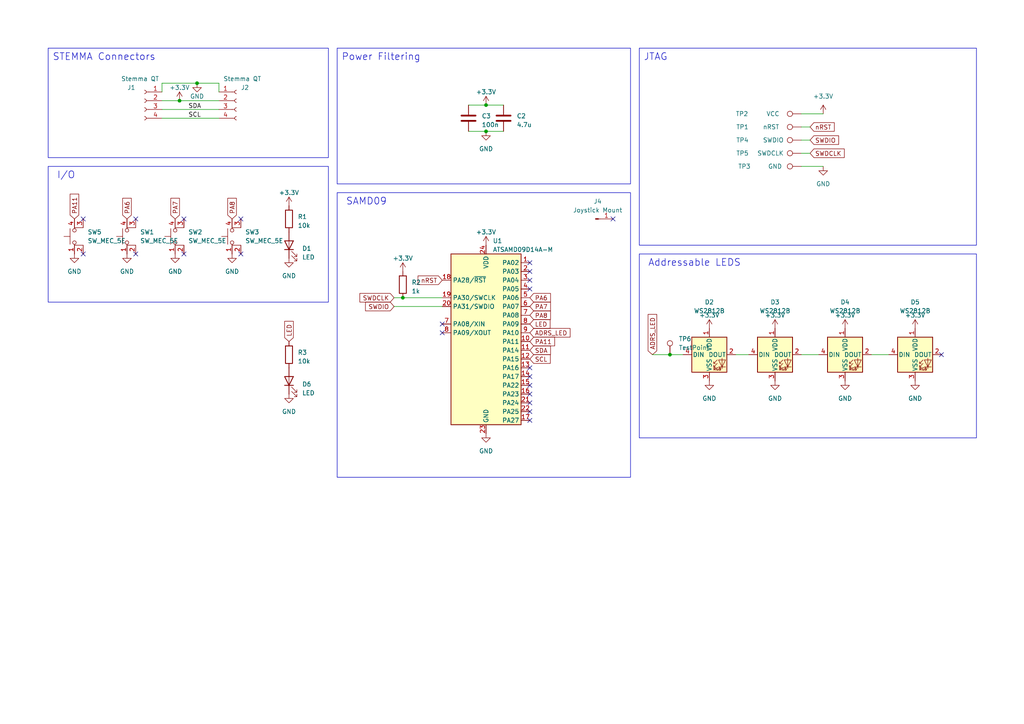
<source format=kicad_sch>
(kicad_sch (version 20230121) (generator eeschema)
  (paper "A4")
  (lib_symbols
    (symbol "Connector:Conn_01x01_Pin" (pin_names (offset 1.016) hide)
      (property "Reference" "J" (at 0 2.54 0))
      (property "Value" "Conn_01x01_Pin" (at 0 -2.54 0))
      (symbol "Conn_01x01_Pin_1_1"
        (polyline (pts (xy 1.27 0) (xy 0.8636 0)) (stroke (width 0.1524)))
        (rectangle (start 0.8636 0.127) (end 0 -0.127) (stroke (width 0.1524)) (fill (type outline)))
        (pin passive line (at 5.08 0 180) (length 3.81) (name "Pin_1") (number "1"))
      )
    )
    (symbol "Connector:Conn_01x04_Socket" (pin_names (offset 1.016) hide)
      (property "Reference" "J" (at 0 5.08 0))
      (property "Value" "Conn_01x04_Socket" (at 0 -7.62 0))
      (symbol "Conn_01x04_Socket_1_1"
        (arc (start 0 -4.572) (mid -0.5058 -5.08) (end 0 -5.588) (stroke (width 0.1524)))
        (arc (start 0 -2.032) (mid -0.5058 -2.54) (end 0 -3.048) (stroke (width 0.1524)))
        (polyline (pts (xy -1.27 -5.08) (xy -0.508 -5.08)) (stroke (width 0.1524)))
        (polyline (pts (xy -1.27 -2.54) (xy -0.508 -2.54)) (stroke (width 0.1524)))
        (polyline (pts (xy -1.27 0) (xy -0.508 0)) (stroke (width 0.1524)))
        (polyline (pts (xy -1.27 2.54) (xy -0.508 2.54)) (stroke (width 0.1524)))
        (arc (start 0 0.508) (mid -0.5058 0) (end 0 -0.508) (stroke (width 0.1524)))
        (arc (start 0 3.048) (mid -0.5058 2.54) (end 0 2.032) (stroke (width 0.1524)))
        (pin passive line (at -5.08 2.54 0) (length 3.81) (name "Pin_1") (number "1"))
        (pin passive line (at -5.08 0 0) (length 3.81) (name "Pin_2") (number "2"))
        (pin passive line (at -5.08 -2.54 0) (length 3.81) (name "Pin_3") (number "3"))
        (pin passive line (at -5.08 -5.08 0) (length 3.81) (name "Pin_4") (number "4"))
      )
    )
    (symbol "Connector:TestPoint" (pin_numbers hide) (pin_names (offset 0.762) hide)
      (property "Reference" "TP" (at 0 6.858 0))
      (property "Value" "TestPoint" (at 0 5.08 0))
      (symbol "TestPoint_0_1"
        (circle (center 0 3.302) (radius 0.762))
      )
      (symbol "TestPoint_1_1"
        (pin passive line (at 0 0 90) (length 2.54) (name "1") (number "1"))
      )
    )
    (symbol "Device:C" (pin_numbers hide) (pin_names (offset 0.254))
      (property "Reference" "C" (at 0.635 2.54 0))
      (property "Value" "C" (at 0.635 -2.54 0))
      (symbol "C_0_1"
        (polyline (pts (xy -2.032 -0.762) (xy 2.032 -0.762)) (stroke (width 0.508)))
        (polyline (pts (xy -2.032 0.762) (xy 2.032 0.762)) (stroke (width 0.508)))
      )
      (symbol "C_1_1"
        (pin passive line (at 0 3.81 270) (length 2.794) (name "~") (number "1"))
        (pin passive line (at 0 -3.81 90) (length 2.794) (name "~") (number "2"))
      )
    )
    (symbol "Device:LED" (pin_numbers hide) (pin_names (offset 1.016) hide)
      (property "Reference" "D" (at 0 2.54 0))
      (property "Value" "LED" (at 0 -2.54 0))
      (symbol "LED_0_1"
        (polyline (pts (xy -1.27 -1.27) (xy -1.27 1.27)) (stroke (width 0.254)))
        (polyline (pts (xy -1.27 0) (xy 1.27 0)))
        (polyline (pts (xy 1.27 -1.27) (xy 1.27 1.27) (xy -1.27 0) (xy 1.27 -1.27)) (stroke (width 0.254)))
        (polyline (pts (xy -3.048 -0.762) (xy -4.572 -2.286) (xy -3.81 -2.286) (xy -4.572 -2.286) (xy -4.572 -1.524)))
        (polyline (pts (xy -1.778 -0.762) (xy -3.302 -2.286) (xy -2.54 -2.286) (xy -3.302 -2.286) (xy -3.302 -1.524)))
      )
      (symbol "LED_1_1"
        (pin passive line (at -3.81 0 0) (length 2.54) (name "K") (number "1"))
        (pin passive line (at 3.81 0 180) (length 2.54) (name "A") (number "2"))
      )
    )
    (symbol "Device:R" (pin_numbers hide) (pin_names (offset 0))
      (property "Reference" "R" (at 2.032 0 90))
      (property "Value" "R" (at 0 0 90))
      (symbol "R_0_1"
        (rectangle (start -1.016 -2.54) (end 1.016 2.54) (stroke (width 0.254)))
      )
      (symbol "R_1_1"
        (pin passive line (at 0 3.81 270) (length 1.27) (name "~") (number "1"))
        (pin passive line (at 0 -3.81 90) (length 1.27) (name "~") (number "2"))
      )
    )
    (symbol "LED:WS2812B" (pin_names (offset 0.254))
      (property "Reference" "D" (at 5.08 5.715 0))
      (property "Value" "WS2812B" (at 1.27 -5.715 0))
      (symbol "WS2812B_0_0"
        (text "RGB" (at 2.286 -4.191 0) (effects (font (size 0.762 0.762))))
      )
      (symbol "WS2812B_0_1"
        (polyline (pts (xy 1.27 -3.556) (xy 1.778 -3.556)))
        (polyline (pts (xy 1.27 -2.54) (xy 1.778 -2.54)))
        (polyline (pts (xy 4.699 -3.556) (xy 2.667 -3.556)))
        (polyline (pts (xy 2.286 -2.54) (xy 1.27 -3.556) (xy 1.27 -3.048)))
        (polyline (pts (xy 2.286 -1.524) (xy 1.27 -2.54) (xy 1.27 -2.032)))
        (polyline (pts (xy 3.683 -1.016) (xy 3.683 -3.556) (xy 3.683 -4.064)))
        (polyline (pts (xy 4.699 -1.524) (xy 2.667 -1.524) (xy 3.683 -3.556) (xy 4.699 -1.524)))
        (rectangle (start 5.08 5.08) (end -5.08 -5.08) (stroke (width 0.254)) (fill (type background)))
      )
      (symbol "WS2812B_1_1"
        (pin power_in line (at 0 7.62 270) (length 2.54) (name "VDD") (number "1"))
        (pin output line (at 7.62 0 180) (length 2.54) (name "DOUT") (number "2"))
        (pin power_in line (at 0 -7.62 90) (length 2.54) (name "VSS") (number "3"))
        (pin input line (at -7.62 0 0) (length 2.54) (name "DIN") (number "4"))
      )
    )
    (symbol "MCU_Microchip_SAMD:ATSAMD09D14A-M"
      (property "Reference" "U1" (at 1.9559 26.67 0))
      (property "Value" "ATSAMD09D14A-M" (at 1.9559 24.13 0))
      (symbol "ATSAMD09D14A-M_0_1"
        (rectangle (start -10.16 22.86) (end 10.16 -26.67) (stroke (width 0.254)) (fill (type background)))
      )
      (symbol "ATSAMD09D14A-M_1_1"
        (pin bidirectional line (at 12.7 20.32 180) (length 2.54) (name "PA02") (number "1"))
        (pin bidirectional line (at 12.7 -2.54 180) (length 2.54) (name "PA11") (number "10"))
        (pin bidirectional line (at 12.7 -5.08 180) (length 2.54) (name "PA14") (number "11"))
        (pin bidirectional line (at 12.7 -7.62 180) (length 2.54) (name "PA15") (number "12"))
        (pin bidirectional line (at 12.7 -10.16 180) (length 2.54) (name "PA16") (number "13"))
        (pin bidirectional line (at 12.7 -12.7 180) (length 2.54) (name "PA17") (number "14"))
        (pin bidirectional line (at 12.7 -15.24 180) (length 2.54) (name "PA22") (number "15"))
        (pin bidirectional line (at 12.7 -17.78 180) (length 2.54) (name "PA23") (number "16"))
        (pin bidirectional line (at 12.7 -25.4 180) (length 2.54) (name "PA27") (number "17"))
        (pin bidirectional line (at -12.7 15.24 0) (length 2.54) (name "PA28/~{RST}") (number "18"))
        (pin bidirectional line (at -12.7 10.16 0) (length 2.54) (name "PA30/SWCLK") (number "19"))
        (pin bidirectional line (at 12.7 17.78 180) (length 2.54) (name "PA03") (number "2"))
        (pin bidirectional line (at -12.7 7.62 0) (length 2.54) (name "PA31/SWDIO") (number "20"))
        (pin bidirectional line (at 12.7 -20.32 180) (length 2.54) (name "PA24") (number "21"))
        (pin bidirectional line (at 12.7 -22.86 180) (length 2.54) (name "PA25") (number "22"))
        (pin power_in line (at 0 -29.21 90) (length 2.54) (name "GND") (number "23"))
        (pin power_in line (at 0 25.4 270) (length 2.54) (name "VDD") (number "24"))
        (pin bidirectional line (at 12.7 15.24 180) (length 2.54) (name "PA04") (number "3"))
        (pin bidirectional line (at 12.7 12.7 180) (length 2.54) (name "PA05") (number "4"))
        (pin bidirectional line (at 12.7 10.16 180) (length 2.54) (name "PA06") (number "5"))
        (pin bidirectional line (at 12.7 7.62 180) (length 2.54) (name "PA07") (number "6"))
        (pin bidirectional line (at 12.7 5.08 180) (length 2.54) (name "PA08") (number "7"))
        (pin bidirectional line (at -12.7 2.54 0) (length 2.54) (name "PA08/XIN") (number "7"))
        (pin bidirectional line (at 12.7 2.54 180) (length 2.54) (name "PA09") (number "8"))
        (pin bidirectional line (at -12.7 0 0) (length 2.54) (name "PA09/XOUT") (number "8"))
        (pin bidirectional line (at 12.7 0 180) (length 2.54) (name "PA10") (number "9"))
      )
    )
    (symbol "Switch:SW_MEC_5E" (pin_names (offset 1.016) hide)
      (property "Reference" "SW" (at 0.635 5.715 0))
      (property "Value" "SW_MEC_5E" (at 0 -3.175 0))
      (symbol "SW_MEC_5E_0_1"
        (circle (center -1.778 2.54) (radius 0.508))
        (polyline (pts (xy -2.286 3.81) (xy 2.286 3.81)))
        (polyline (pts (xy 0 3.81) (xy 0 5.588)))
        (polyline (pts (xy -2.54 0) (xy -2.54 2.54) (xy -2.286 2.54)))
        (polyline (pts (xy 2.54 0) (xy 2.54 2.54) (xy 2.286 2.54)))
        (circle (center 1.778 2.54) (radius 0.508))
        (pin passive line (at -5.08 2.54 0) (length 2.54) (name "1") (number "1"))
        (pin passive line (at -5.08 0 0) (length 2.54) (name "2") (number "2"))
        (pin passive line (at 5.08 0 180) (length 2.54) (name "K") (number "3"))
        (pin passive line (at 5.08 2.54 180) (length 2.54) (name "A") (number "4"))
      )
    )
    (symbol "power:+3.3V" (power) (pin_names (offset 0))
      (property "Value" "+3.3V" (at 0 3.556 0))
      (symbol "+3.3V_0_1"
        (polyline (pts (xy -0.762 1.27) (xy 0 2.54)))
        (polyline (pts (xy 0 0) (xy 0 2.54)))
        (polyline (pts (xy 0 2.54) (xy 0.762 1.27)))
      )
      (symbol "+3.3V_1_1"
        (pin power_in line (at 0 0 90) (length 0) hide (name "+3.3V") (number "1"))
      )
    )
    (symbol "power:GND" (power) (pin_names (offset 0))
      (property "Value" "GND" (at 0 -3.81 0))
      (symbol "GND_0_1"
        (polyline (pts (xy 0 0) (xy 0 -1.27) (xy 1.27 -1.27) (xy 0 -2.54) (xy -1.27 -1.27) (xy 0 -1.27)))
      )
      (symbol "GND_1_1"
        (pin power_in line (at 0 0 270) (length 0) hide (name "GND") (number "1"))
      )
    )
  )
  (junction (at 140.97 38.1))
  (junction (at 116.84 86.36))
  (junction (at 194.31 102.87))
  (junction (at 52.07 29.21))
  (junction (at 57.15 24.13))
  (junction (at 140.97 30.48))
  (no_connect (at 153.67 111.76))
  (no_connect (at 128.27 96.52))
  (no_connect (at 153.67 106.68))
  (no_connect (at 153.67 116.84))
  (no_connect (at 69.85 63.5))
  (no_connect (at 153.67 114.3))
  (no_connect (at 177.8 63.5))
  (no_connect (at 24.13 73.66))
  (no_connect (at 153.67 121.92))
  (no_connect (at 53.34 63.5))
  (no_connect (at 39.37 73.66))
  (no_connect (at 53.34 73.66))
  (no_connect (at 128.27 93.98))
  (no_connect (at 24.13 63.5))
  (no_connect (at 69.85 73.66))
  (no_connect (at 39.37 63.5))
  (no_connect (at 153.67 109.22))
  (no_connect (at 153.67 81.28))
  (no_connect (at 153.67 78.74))
  (no_connect (at 153.67 83.82))
  (no_connect (at 153.67 119.38))
  (no_connect (at 153.67 76.2))
  (no_connect (at 273.05 102.87))
  (wire (pts (xy 46.99 34.29) (xy 63.5 34.29)))
  (wire (pts (xy 234.95 36.83) (xy 232.41 36.83)))
  (wire (pts (xy 135.89 30.48) (xy 140.97 30.48)))
  (wire (pts (xy 46.99 29.21) (xy 52.07 29.21)))
  (wire (pts (xy 114.3 86.36) (xy 116.84 86.36)))
  (wire (pts (xy 63.5 24.13) (xy 63.5 26.67)))
  (wire (pts (xy 114.3 88.9) (xy 128.27 88.9)))
  (wire (pts (xy 213.36 102.87) (xy 217.17 102.87)))
  (wire (pts (xy 140.97 30.48) (xy 146.05 30.48)))
  (wire (pts (xy 135.89 38.1) (xy 140.97 38.1)))
  (wire (pts (xy 194.31 102.87) (xy 198.12 102.87)))
  (wire (pts (xy 116.84 86.36) (xy 128.27 86.36)))
  (wire (pts (xy 232.41 102.87) (xy 237.49 102.87)))
  (wire (pts (xy 232.41 40.64) (xy 234.95 40.64)))
  (wire (pts (xy 140.97 38.1) (xy 146.05 38.1)))
  (wire (pts (xy 46.99 24.13) (xy 57.15 24.13)))
  (wire (pts (xy 46.99 24.13) (xy 46.99 26.67)))
  (wire (pts (xy 238.76 48.26) (xy 232.41 48.26)))
  (wire (pts (xy 232.41 44.45) (xy 234.95 44.45)))
  (wire (pts (xy 238.76 33.02) (xy 232.41 33.02)))
  (wire (pts (xy 57.15 24.13) (xy 63.5 24.13)))
  (wire (pts (xy 46.99 31.75) (xy 63.5 31.75)))
  (wire (pts (xy 252.73 102.87) (xy 257.81 102.87)))
  (wire (pts (xy 189.23 102.87) (xy 194.31 102.87)))
  (wire (pts (xy 52.07 29.21) (xy 63.5 29.21)))
  (rectangle (start 185.42 73.66) (end 283.21 127))
  (rectangle (start 13.97 13.97) (end 95.25 45.72))
  (rectangle (start 97.79 55.88) (end 182.88 138.43))
  (rectangle (start 13.97 48.26) (end 95.25 87.63))
  (rectangle (start 185.42 13.97) (end 283.21 71.12))
  (rectangle (start 97.79 13.97) (end 182.88 53.34))
  (text "Addressable LEDS" (at 187.96 77.47 0) (effects (font (size 2 2)) (justify left bottom)))
  (text "I/O\n" (at 16.51 52.07 0) (effects (font (size 2 2)) (justify left bottom)))
  (text "Power Filtering\n" (at 99.06 17.78 0) (effects (font (size 2 2)) (justify left bottom)))
  (text "STEMMA Connectors\n" (at 15.24 17.78 0) (effects (font (size 2 2)) (justify left bottom)))
  (text "JTAG" (at 186.69 17.78 0) (effects (font (size 2 2)) (justify left bottom)))
  (text "SAMD09\n" (at 100.33 59.69 0) (effects (font (size 2 2)) (justify left bottom)))
  (label "SDA" (at 54.61 31.75 0))
  (label "SCL" (at 54.61 34.29 0))
  (global_label "SDA" (shape input) (at 153.67 101.6 0) (property "Intersheetrefs" "${INTERSHEET_REFS}" (effects hide)))
  (global_label "SWDIO" (shape input) (at 234.95 40.64 0) (property "Intersheetrefs" "${INTERSHEET_REFS}" (effects hide)))
  (global_label "PA8" (shape input) (at 67.31 63.5 90) (property "Intersheetrefs" "${INTERSHEET_REFS}" (effects hide)))
  (global_label "ADRS_LED" (shape input) (at 189.23 102.87 90) (property "Intersheetrefs" "${INTERSHEET_REFS}" (effects hide)))
  (global_label "PA6" (shape input) (at 36.83 63.5 90) (property "Intersheetrefs" "${INTERSHEET_REFS}" (effects hide)))
  (global_label "SWDCLK" (shape input) (at 234.95 44.45 0) (property "Intersheetrefs" "${INTERSHEET_REFS}" (effects hide)))
  (global_label "PA11" (shape input) (at 21.59 63.5 90) (property "Intersheetrefs" "${INTERSHEET_REFS}" (effects hide)))
  (global_label "nRST" (shape input) (at 234.95 36.83 0) (property "Intersheetrefs" "${INTERSHEET_REFS}" (effects hide)))
  (global_label "LED" (shape input) (at 153.67 93.98 0) (property "Intersheetrefs" "${INTERSHEET_REFS}" (effects hide)))
  (global_label "nRST" (shape input) (at 128.27 81.28 180) (property "Intersheetrefs" "${INTERSHEET_REFS}" (effects hide)))
  (global_label "SCL" (shape input) (at 153.67 104.14 0) (property "Intersheetrefs" "${INTERSHEET_REFS}" (effects hide)))
  (global_label "PA11" (shape input) (at 153.67 99.06 0) (property "Intersheetrefs" "${INTERSHEET_REFS}" (effects hide)))
  (global_label "LED" (shape input) (at 83.82 99.06 90) (property "Intersheetrefs" "${INTERSHEET_REFS}" (effects hide)))
  (global_label "SWDIO" (shape input) (at 114.3 88.9 180) (property "Intersheetrefs" "${INTERSHEET_REFS}" (effects hide)))
  (global_label "ADRS_LED" (shape input) (at 153.67 96.52 0) (property "Intersheetrefs" "${INTERSHEET_REFS}" (effects hide)))
  (global_label "SWDCLK" (shape input) (at 114.3 86.36 180) (property "Intersheetrefs" "${INTERSHEET_REFS}" (effects hide)))
  (global_label "PA7" (shape input) (at 50.8 63.5 90) (property "Intersheetrefs" "${INTERSHEET_REFS}" (effects hide)))
  (global_label "PA7" (shape input) (at 153.67 88.9 0) (property "Intersheetrefs" "${INTERSHEET_REFS}" (effects hide)))
  (global_label "PA6" (shape input) (at 153.67 86.36 0) (property "Intersheetrefs" "${INTERSHEET_REFS}" (effects hide)))
  (global_label "PA8" (shape input) (at 153.67 91.44 0) (property "Intersheetrefs" "${INTERSHEET_REFS}" (effects hide)))
  (symbol (lib_id "Switch:SW_MEC_5E") (at 39.37 68.58 90) (unit 1)
    (property "Reference" "SW1" (at 40.64 67.31 90) (effects (justify right)))
    (property "Value" "SW_MEC_5E" (at 40.64 69.85 90) (effects (justify right)))
    (property "Footprint" "EVQQ2B01W:EVQQ2B01W" (effects hide))
    (property "Datasheet" "http://www.apem.com/int/index.php?controller=attachment&id_attachment=1371" (effects hide))
  )
  (symbol (lib_id "LED:WS2812B") (at 265.43 102.87 0) (unit 1)
    (property "Reference" "D5" (at 265.43 87.63 0))
    (property "Value" "WS2812B" (at 265.43 90.17 0))
    (property "Footprint" "LED_SMD:LED_WS2812B-2020_PLCC4_2.0x2.0mm" (effects hide))
    (property "Datasheet" "https://cdn-shop.adafruit.com/datasheets/WS2812B.pdf" (effects hide))
  )
  (symbol (lib_id "power:+3.3V") (at 52.07 29.21 0) (unit 1)
    (property "Reference" "#PWR04" (effects hide))
    (property "Value" "+3.3V" (at 52.07 25.4 0))
  )
  (symbol (lib_id "Device:LED") (at 83.82 110.49 90) (unit 1)
    (property "Reference" "D6" (at 87.63 111.4425 90) (effects (justify right)))
    (property "Value" "LED" (at 87.63 113.9825 90) (effects (justify right)))
    (property "Footprint" "LED_SMD:LED_0805_2012Metric" (effects hide))
  )
  (symbol (lib_id "Device:C") (at 146.05 34.29 0) (unit 1)
    (property "Reference" "C2" (at 149.86 33.655 0) (effects (justify left)))
    (property "Value" "4.7u" (at 149.86 36.195 0) (effects (justify left)))
    (property "Footprint" "Capacitor_SMD:C_0402_1005Metric" (effects hide))
  )
  (symbol (lib_id "power:GND") (at 83.82 74.93 0) (unit 1)
    (property "Reference" "#PWR08" (effects hide))
    (property "Value" "GND" (at 83.82 80.01 0))
  )
  (symbol (lib_id "Switch:SW_MEC_5E") (at 24.13 68.58 90) (unit 1)
    (property "Reference" "SW5" (at 25.4 67.31 90) (effects (justify right)))
    (property "Value" "SW_MEC_5E" (at 25.4 69.85 90) (effects (justify right)))
    (property "Footprint" "EVQQ2B01W:EVQQ2B01W" (effects hide))
    (property "Datasheet" "http://www.apem.com/int/index.php?controller=attachment&id_attachment=1371" (effects hide))
  )
  (symbol (lib_id "Device:R") (at 83.82 63.5 0) (unit 1)
    (property "Reference" "R1" (at 86.36 62.865 0) (effects (justify left)))
    (property "Value" "10k" (at 86.36 65.405 0) (effects (justify left)))
    (property "Footprint" "Resistor_SMD:R_0402_1005Metric" (effects hide))
  )
  (symbol (lib_id "Device:LED") (at 83.82 71.12 90) (unit 1)
    (property "Reference" "D1" (at 87.63 72.0725 90) (effects (justify right)))
    (property "Value" "LED" (at 87.63 74.6125 90) (effects (justify right)))
    (property "Footprint" "LED_SMD:LED_0805_2012Metric" (effects hide))
  )
  (symbol (lib_id "power:GND") (at 140.97 125.73 0) (unit 1)
    (property "Reference" "#PWR013" (effects hide))
    (property "Value" "GND" (at 140.97 130.81 0))
  )
  (symbol (lib_id "power:+3.3V") (at 116.84 78.74 0) (unit 1)
    (property "Reference" "#PWR09" (effects hide))
    (property "Value" "+3.3V" (at 116.84 74.93 0))
  )
  (symbol (lib_id "Connector:TestPoint") (at 232.41 44.45 90) (unit 1)
    (property "Reference" "TP5" (at 217.17 44.45 90) (effects (justify left)))
    (property "Value" "SWDCLK" (at 227.33 44.45 90) (effects (justify left)))
    (property "Footprint" "TestPoint:TestPoint_Pad_D1.5mm" (effects hide))
  )
  (symbol (lib_id "Connector:TestPoint") (at 232.41 48.26 90) (unit 1)
    (property "Reference" "TP3" (at 215.9 48.26 90))
    (property "Value" "GND" (at 224.79 48.26 90))
    (property "Footprint" "TestPoint:TestPoint_Pad_D1.5mm" (effects hide))
  )
  (symbol (lib_id "power:+3.3V") (at 224.79 95.25 0) (unit 1)
    (property "Reference" "#PWR021" (effects hide))
    (property "Value" "+3.3V" (at 224.79 91.44 0))
  )
  (symbol (lib_id "Connector:TestPoint") (at 232.41 36.83 90) (unit 1)
    (property "Reference" "TP1" (at 217.17 36.83 90) (effects (justify left)))
    (property "Value" "nRST" (at 226.06 36.83 90) (effects (justify left)))
    (property "Footprint" "TestPoint:TestPoint_Pad_D1.5mm" (effects hide))
  )
  (symbol (lib_id "power:+3.3V") (at 245.11 95.25 0) (unit 1)
    (property "Reference" "#PWR022" (effects hide))
    (property "Value" "+3.3V" (at 245.11 91.44 0))
  )
  (symbol (lib_id "power:+3.3V") (at 265.43 95.25 0) (unit 1)
    (property "Reference" "#PWR023" (effects hide))
    (property "Value" "+3.3V" (at 265.43 91.44 0))
  )
  (symbol (lib_id "power:GND") (at 83.82 114.3 0) (unit 1)
    (property "Reference" "#PWR025" (effects hide))
    (property "Value" "GND" (at 83.82 119.38 0))
  )
  (symbol (lib_id "Connector:TestPoint") (at 232.41 33.02 90) (unit 1)
    (property "Reference" "TP2" (at 213.36 33.02 90) (effects (justify right)))
    (property "Value" "VCC" (at 222.25 33.02 90) (effects (justify right)))
    (property "Footprint" "TestPoint:TestPoint_Pad_D1.5mm" (effects hide))
  )
  (symbol (lib_id "MCU_Microchip_SAMD:ATSAMD09D14A-M") (at 140.97 96.52 0) (unit 1)
    (property "Reference" "U1" (at 142.9259 69.85 0) (effects (justify left)))
    (property "Value" "ATSAMD09D14A-M" (at 142.9259 72.39 0) (effects (justify left)))
    (property "Footprint" "Package_DFN_QFN:QFN-24-1EP_4x4mm_P0.5mm_EP2.6x2.6mm" (effects hide))
    (property "Datasheet" "http://ww1.microchip.com/downloads/en/DeviceDoc/Atmel-42414-SAM-D09_Datasheet.pdf" (effects hide))
  )
  (symbol (lib_id "power:GND") (at 224.79 110.49 0) (unit 1)
    (property "Reference" "#PWR017" (effects hide))
    (property "Value" "GND" (at 224.79 115.57 0))
  )
  (symbol (lib_id "power:+3.3V") (at 140.97 30.48 0) (unit 1)
    (property "Reference" "#PWR010" (effects hide))
    (property "Value" "+3.3V" (at 140.97 26.67 0))
  )
  (symbol (lib_id "power:GND") (at 57.15 24.13 0) (unit 1)
    (property "Reference" "#PWR05" (effects hide))
    (property "Value" "GND" (at 57.15 27.94 0))
  )
  (symbol (lib_id "power:+3.3V") (at 205.74 95.25 0) (unit 1)
    (property "Reference" "#PWR020" (effects hide))
    (property "Value" "+3.3V" (at 205.74 91.44 0))
  )
  (symbol (lib_id "Connector:TestPoint") (at 194.31 102.87 0) (unit 1)
    (property "Reference" "TP6" (at 196.85 98.298 0) (effects (justify left)))
    (property "Value" "TestPoint" (at 196.85 100.838 0) (effects (justify left)))
    (property "Footprint" "TestPoint:TestPoint_Pad_D1.5mm" (effects hide))
  )
  (symbol (lib_id "power:GND") (at 36.83 73.66 0) (unit 1)
    (property "Reference" "#PWR02" (effects hide))
    (property "Value" "GND" (at 36.83 78.74 0))
  )
  (symbol (lib_id "power:+3.3V") (at 140.97 71.12 0) (unit 1)
    (property "Reference" "#PWR012" (effects hide))
    (property "Value" "+3.3V" (at 140.97 67.31 0))
  )
  (symbol (lib_id "Connector:Conn_01x01_Pin") (at 172.72 63.5 0) (unit 1)
    (property "Reference" "J4" (at 173.355 58.42 0))
    (property "Value" "Joystick Mount" (at 173.355 60.96 0))
    (property "Footprint" "Connector_PinHeader_2.00mm:PinHeader_1x01_P2.00mm_Vertical" (effects hide))
  )
  (symbol (lib_id "power:GND") (at 265.43 110.49 0) (unit 1)
    (property "Reference" "#PWR019" (effects hide))
    (property "Value" "GND" (at 265.43 115.57 0))
  )
  (symbol (lib_id "Switch:SW_MEC_5E") (at 69.85 68.58 90) (unit 1)
    (property "Reference" "SW3" (at 71.12 67.31 90) (effects (justify right)))
    (property "Value" "SW_MEC_5E" (at 71.12 69.85 90) (effects (justify right)))
    (property "Footprint" "EVQQ2B01W:EVQQ2B01W" (effects hide))
    (property "Datasheet" "http://www.apem.com/int/index.php?controller=attachment&id_attachment=1371" (effects hide))
  )
  (symbol (lib_id "LED:WS2812B") (at 224.79 102.87 0) (unit 1)
    (property "Reference" "D3" (at 224.79 87.63 0))
    (property "Value" "WS2812B" (at 224.79 90.17 0))
    (property "Footprint" "LED_SMD:LED_WS2812B-2020_PLCC4_2.0x2.0mm" (effects hide))
    (property "Datasheet" "https://cdn-shop.adafruit.com/datasheets/WS2812B.pdf" (effects hide))
  )
  (symbol (lib_id "power:+3.3V") (at 83.82 59.69 0) (unit 1)
    (property "Reference" "#PWR07" (effects hide))
    (property "Value" "+3.3V" (at 83.82 55.88 0))
  )
  (symbol (lib_id "Connector:TestPoint") (at 232.41 40.64 90) (unit 1)
    (property "Reference" "TP4" (at 217.17 40.64 90) (effects (justify left)))
    (property "Value" "SWDIO" (at 227.33 40.64 90) (effects (justify left)))
    (property "Footprint" "TestPoint:TestPoint_Pad_D1.5mm" (effects hide))
  )
  (symbol (lib_id "power:GND") (at 140.97 38.1 0) (unit 1)
    (property "Reference" "#PWR011" (effects hide))
    (property "Value" "GND" (at 140.97 43.18 0))
  )
  (symbol (lib_id "power:GND") (at 238.76 48.26 0) (unit 1)
    (property "Reference" "#PWR015" (effects hide))
    (property "Value" "GND" (at 238.76 53.34 0))
  )
  (symbol (lib_id "power:GND") (at 67.31 73.66 0) (unit 1)
    (property "Reference" "#PWR06" (effects hide))
    (property "Value" "GND" (at 67.31 78.74 0))
  )
  (symbol (lib_id "Connector:Conn_01x04_Socket") (at 68.58 29.21 0) (unit 1)
    (property "Reference" "J2" (at 69.85 25.4 0) (effects (justify left)))
    (property "Value" "Stemma QT" (at 64.77 22.86 0) (effects (justify left)))
    (property "Footprint" "Connector_JST:JST_SH_SM04B-SRSS-TB_1x04-1MP_P1.00mm_Horizontal" (effects hide))
  )
  (symbol (lib_id "Device:R") (at 83.82 102.87 0) (unit 1)
    (property "Reference" "R3" (at 86.36 102.235 0) (effects (justify left)))
    (property "Value" "10k" (at 86.36 104.775 0) (effects (justify left)))
    (property "Footprint" "Resistor_SMD:R_0402_1005Metric" (effects hide))
  )
  (symbol (lib_id "power:GND") (at 205.74 110.49 0) (unit 1)
    (property "Reference" "#PWR016" (effects hide))
    (property "Value" "GND" (at 205.74 115.57 0))
  )
  (symbol (lib_id "LED:WS2812B") (at 245.11 102.87 0) (unit 1)
    (property "Reference" "D4" (at 245.11 87.63 0))
    (property "Value" "WS2812B" (at 245.11 90.17 0))
    (property "Footprint" "LED_SMD:LED_WS2812B-2020_PLCC4_2.0x2.0mm" (effects hide))
    (property "Datasheet" "https://cdn-shop.adafruit.com/datasheets/WS2812B.pdf" (effects hide))
  )
  (symbol (lib_id "power:GND") (at 21.59 73.66 0) (unit 1)
    (property "Reference" "#PWR01" (effects hide))
    (property "Value" "GND" (at 21.59 78.74 0))
  )
  (symbol (lib_id "Connector:Conn_01x04_Socket") (at 41.91 29.21 0) (mirror y) (unit 1)
    (property "Reference" "J1" (at 38.1 25.4 0))
    (property "Value" "Stemma QT" (at 40.64 22.86 0))
    (property "Footprint" "Connector_JST:JST_SH_SM04B-SRSS-TB_1x04-1MP_P1.00mm_Horizontal" (effects hide))
  )
  (symbol (lib_id "LED:WS2812B") (at 205.74 102.87 0) (unit 1)
    (property "Reference" "D2" (at 205.74 87.63 0))
    (property "Value" "WS2812B" (at 205.74 90.17 0))
    (property "Footprint" "LED_SMD:LED_WS2812B-2020_PLCC4_2.0x2.0mm" (effects hide))
    (property "Datasheet" "https://cdn-shop.adafruit.com/datasheets/WS2812B.pdf" (effects hide))
  )
  (symbol (lib_id "power:GND") (at 50.8 73.66 0) (unit 1)
    (property "Reference" "#PWR03" (effects hide))
    (property "Value" "GND" (at 50.8 78.74 0))
  )
  (symbol (lib_id "power:+3.3V") (at 238.76 33.02 0) (unit 1)
    (property "Reference" "#PWR014" (effects hide))
    (property "Value" "+3.3V" (at 238.76 27.94 0))
  )
  (symbol (lib_id "Switch:SW_MEC_5E") (at 53.34 68.58 90) (unit 1)
    (property "Reference" "SW2" (at 54.61 67.31 90) (effects (justify right)))
    (property "Value" "SW_MEC_5E" (at 54.61 69.85 90) (effects (justify right)))
    (property "Footprint" "EVQQ2B01W:EVQQ2B01W" (effects hide))
    (property "Datasheet" "http://www.apem.com/int/index.php?controller=attachment&id_attachment=1371" (effects hide))
  )
  (symbol (lib_id "power:GND") (at 245.11 110.49 0) (unit 1)
    (property "Reference" "#PWR018" (effects hide))
    (property "Value" "GND" (at 245.11 115.57 0))
  )
  (symbol (lib_id "Device:R") (at 116.84 82.55 0) (unit 1)
    (property "Reference" "R2" (at 119.38 81.915 0) (effects (justify left)))
    (property "Value" "1k" (at 119.38 84.455 0) (effects (justify left)))
    (property "Footprint" "Resistor_SMD:R_0402_1005Metric" (effects hide))
  )
  (symbol (lib_id "Device:C") (at 135.89 34.29 0) (unit 1)
    (property "Reference" "C3" (at 139.7 33.655 0) (effects (justify left)))
    (property "Value" "100n" (at 139.7 36.195 0) (effects (justify left)))
    (property "Footprint" "Capacitor_SMD:C_0402_1005Metric" (effects hide))
  )
)
</source>
